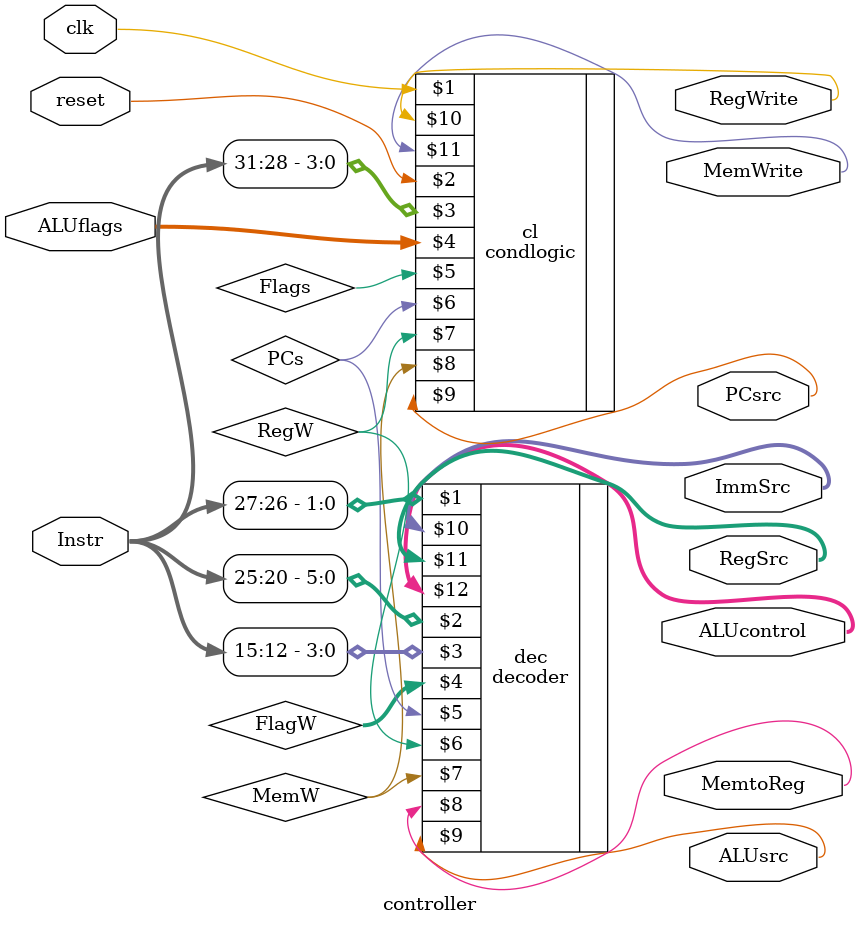
<source format=v>
`timescale 1ns / 1ps
module controller( input clk, reset,
    input [31:12] Instr,
    input [3:0] ALUflags,
    output reg [1:0] RegSrc, ImmSrc, ALUcontrol,
    output reg RegWrite, ALUsrc, MemWrite, MemtoReg, PCsrc);
    
    //internal wires
    wire [1:0] FlagW;
    wire PCs, RegW, MemW;
    
    //integrate decoder (PC logic + main decoder + ALU decoder)
    decoder dec(Instr[27:26], Instr[25:20], Instr[15:12],
    FlagW, PCs, RegW, MemW, MemtoReg, ALUsrc, ImmSrc, RegSrc, ALUcontrol);
    
    //integrate cond logic block
    condlogic cl(clk, reset, Instr[31:28], ALUflags, Flags, PCs,
    RegW, MemW, PCsrc, RegWrite, MemWrite);
endmodule

</source>
